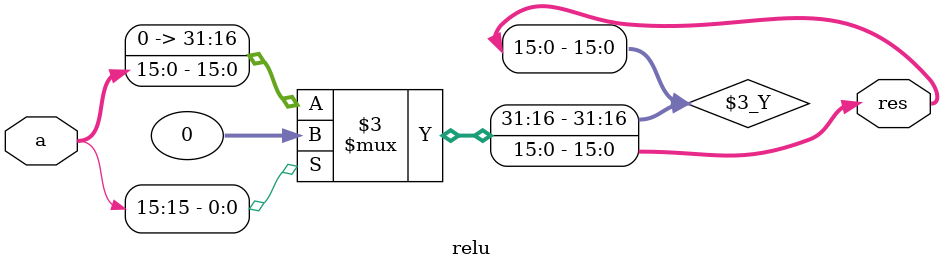
<source format=v>
`timescale 1ns/1ps
module relu
    #(parameter
        ID=1,
        WIDTH=16
    )(
    input wire[WIDTH-1:0] a,
    output wire[WIDTH-1:0] res
);
    assign res = (a[WIDTH-1] == 0) ? a:0;   //if the sign bit is high, send zero on the output else send the input
endmodule

</source>
